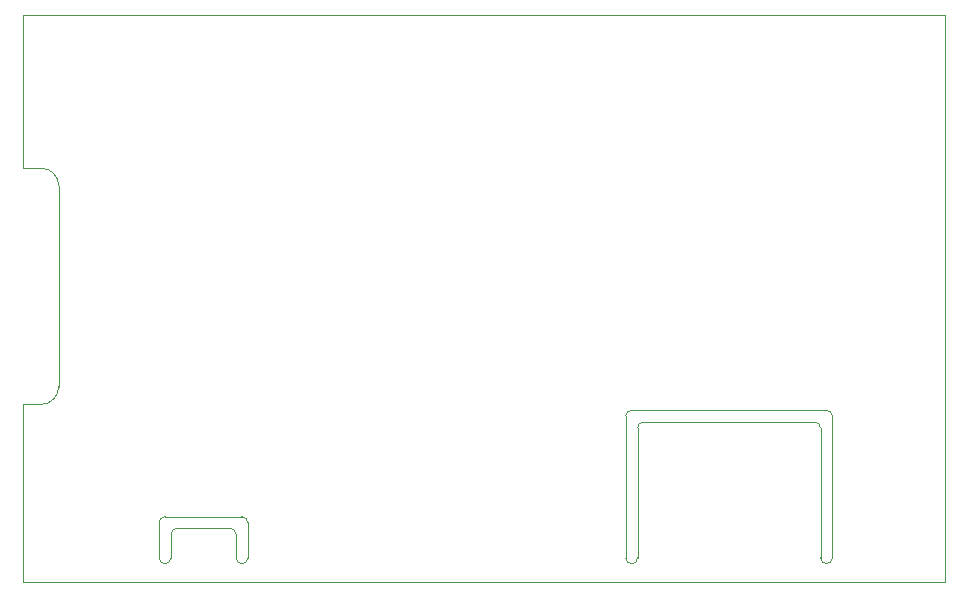
<source format=gm1>
G04 #@! TF.GenerationSoftware,KiCad,Pcbnew,8.0.3*
G04 #@! TF.CreationDate,2024-07-02T16:51:36-07:00*
G04 #@! TF.ProjectId,canary,63616e61-7279-42e6-9b69-6361645f7063,rev?*
G04 #@! TF.SameCoordinates,PX2faf080PY2faf080*
G04 #@! TF.FileFunction,Profile,NP*
%FSLAX46Y46*%
G04 Gerber Fmt 4.6, Leading zero omitted, Abs format (unit mm)*
G04 Created by KiCad (PCBNEW 8.0.3) date 2024-07-02 16:51:36*
%MOMM*%
%LPD*%
G01*
G04 APERTURE LIST*
G04 #@! TA.AperFunction,Profile*
%ADD10C,0.050000*%
G04 #@! TD*
G04 APERTURE END LIST*
D10*
X11500000Y-43000000D02*
X11500000Y-46000000D01*
X68000000Y-46500000D02*
G75*
G02*
X67500000Y-46000000I0J500000D01*
G01*
X18000000Y-44000000D02*
X18000000Y-46000000D01*
X0Y0D02*
X78000000Y0D01*
X13000000Y-43500000D02*
X17500000Y-43500000D01*
X51000000Y-34000000D02*
G75*
G02*
X51500000Y-33500000I500000J0D01*
G01*
X1500000Y-33000000D02*
X0Y-33000000D01*
X1500000Y-13000000D02*
G75*
G02*
X3000000Y-14500000I0J-1500000D01*
G01*
X19000000Y-46000000D02*
G75*
G02*
X18500000Y-46500000I-500000J0D01*
G01*
X3000000Y-14500000D02*
X3000000Y-31500000D01*
X3000000Y-31500000D02*
G75*
G02*
X1500000Y-33000000I-1500000J0D01*
G01*
X52500000Y-34500000D02*
X67000000Y-34500000D01*
X68500000Y-46000000D02*
X68500000Y-34000000D01*
X0Y-13000000D02*
X0Y0D01*
X12500000Y-46000000D02*
G75*
G02*
X12000000Y-46500000I-500000J0D01*
G01*
X19000000Y-46000000D02*
X19000000Y-43000000D01*
X67500000Y-35000000D02*
X67500000Y-46000000D01*
X12500000Y-44000000D02*
G75*
G02*
X13000000Y-43500000I500000J0D01*
G01*
X67000000Y-34500000D02*
G75*
G02*
X67500000Y-35000000I0J-500000D01*
G01*
X68000000Y-33500000D02*
X51500000Y-33500000D01*
X11500000Y-43000000D02*
G75*
G02*
X12000000Y-42500000I500000J0D01*
G01*
X78000000Y-48000000D02*
X0Y-48000000D01*
X51000000Y-34000000D02*
X51000000Y-46000000D01*
X51500000Y-46500000D02*
G75*
G02*
X51000000Y-46000000I0J500000D01*
G01*
X12500000Y-46000000D02*
X12500000Y-44000000D01*
X12000000Y-46500000D02*
G75*
G02*
X11500000Y-46000000I0J500000D01*
G01*
X52000000Y-35000000D02*
G75*
G02*
X52500000Y-34500000I500000J0D01*
G01*
X17500000Y-43500000D02*
G75*
G02*
X18000000Y-44000000I0J-500000D01*
G01*
X68000000Y-33500000D02*
G75*
G02*
X68500000Y-34000000I0J-500000D01*
G01*
X18500000Y-42500000D02*
G75*
G02*
X19000000Y-43000000I0J-500000D01*
G01*
X78000000Y0D02*
X78000000Y-48000000D01*
X52000000Y-46000000D02*
X52000000Y-35000000D01*
X0Y-13000000D02*
X1500000Y-13000000D01*
X18500000Y-42500000D02*
X12000000Y-42500000D01*
X52000000Y-46000000D02*
G75*
G02*
X51500000Y-46500000I-500000J0D01*
G01*
X0Y-48000000D02*
X0Y-33000000D01*
X18500000Y-46500000D02*
G75*
G02*
X18000000Y-46000000I0J500000D01*
G01*
X68500000Y-46000000D02*
G75*
G02*
X68000000Y-46500000I-500000J0D01*
G01*
M02*

</source>
